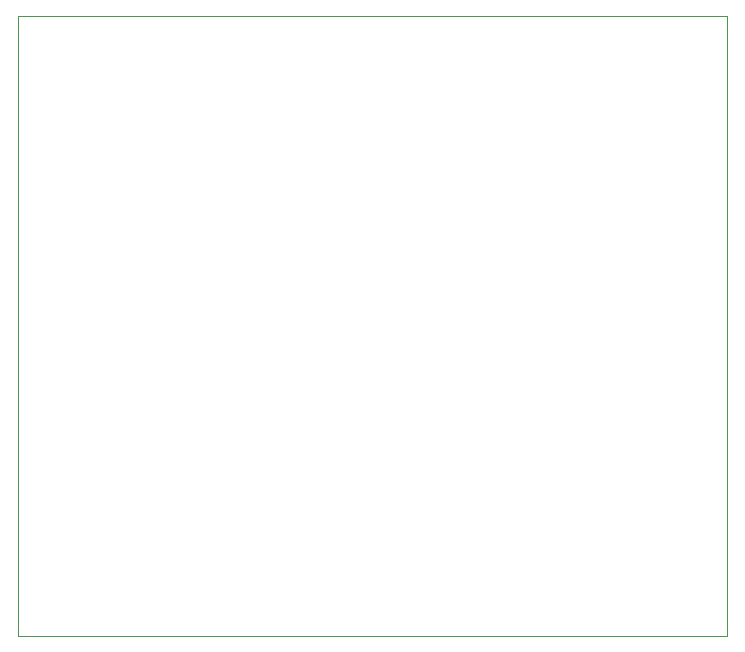
<source format=gbr>
%TF.GenerationSoftware,KiCad,Pcbnew,9.0.5*%
%TF.CreationDate,2025-10-25T12:16:36-07:00*%
%TF.ProjectId,1stproject,31737470-726f-46a6-9563-742e6b696361,rev?*%
%TF.SameCoordinates,Original*%
%TF.FileFunction,Profile,NP*%
%FSLAX46Y46*%
G04 Gerber Fmt 4.6, Leading zero omitted, Abs format (unit mm)*
G04 Created by KiCad (PCBNEW 9.0.5) date 2025-10-25 12:16:36*
%MOMM*%
%LPD*%
G01*
G04 APERTURE LIST*
%TA.AperFunction,Profile*%
%ADD10C,0.050000*%
%TD*%
G04 APERTURE END LIST*
D10*
X96500000Y-53500000D02*
X156500000Y-53500000D01*
X156500000Y-106000000D01*
X96500000Y-106000000D01*
X96500000Y-53500000D01*
M02*

</source>
